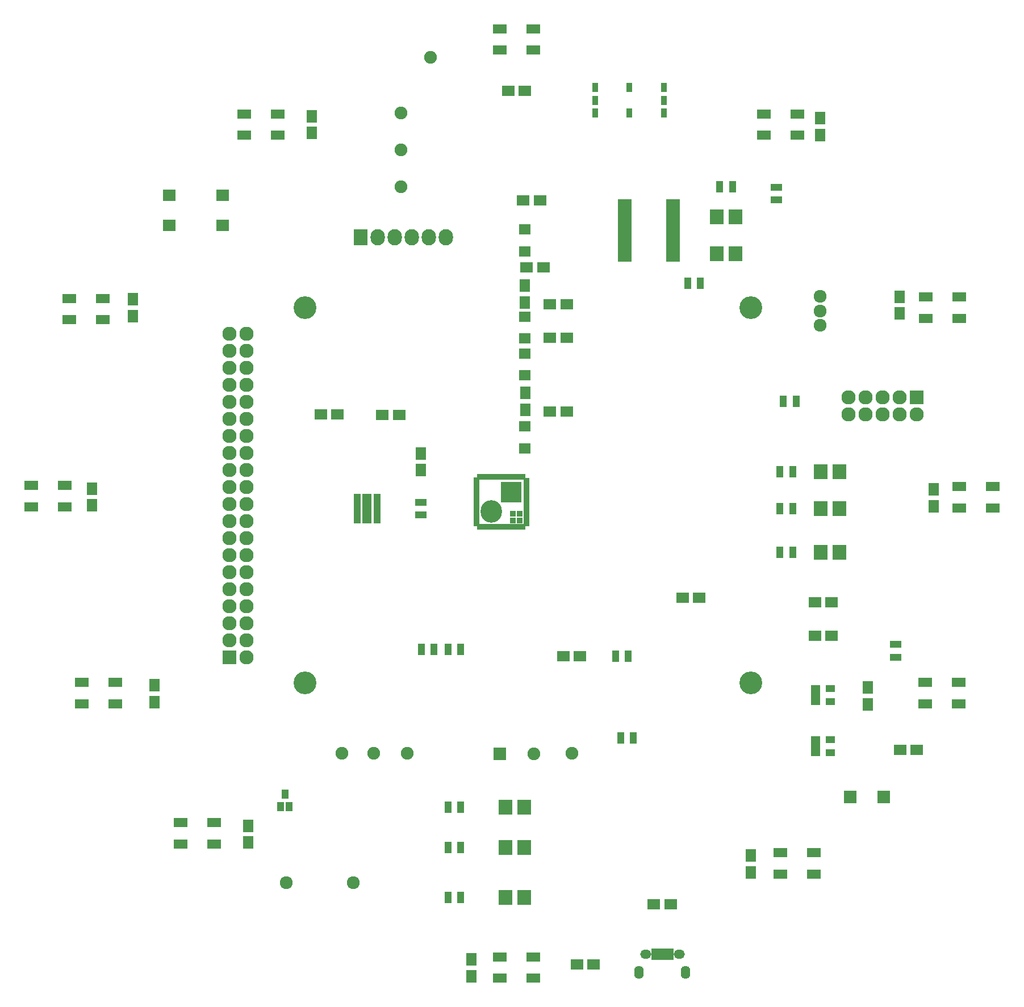
<source format=gts>
G04 #@! TF.GenerationSoftware,KiCad,Pcbnew,(2016-12-18 revision 3ffa37c)-master*
G04 #@! TF.CreationDate,2016-12-20T15:26:01-08:00*
G04 #@! TF.ProjectId,badge-routed,62616467652D726F757465642E6B6963,rev?*
G04 #@! TF.FileFunction,Soldermask,Top*
G04 #@! TF.FilePolarity,Negative*
%FSLAX46Y46*%
G04 Gerber Fmt 4.6, Leading zero omitted, Abs format (unit mm)*
G04 Created by KiCad (PCBNEW (2016-12-18 revision 3ffa37c)-master) date Tuesday, December 20, 2016 'PMt' 03:26:01 PM*
%MOMM*%
%LPD*%
G01*
G04 APERTURE LIST*
%ADD10C,0.150000*%
%ADD11C,3.400000*%
%ADD12O,2.127200X2.127200*%
%ADD13R,2.127200X2.127200*%
%ADD14R,1.997660X2.200860*%
%ADD15R,1.100000X1.700000*%
%ADD16R,1.400000X4.500000*%
%ADD17R,1.100000X4.500000*%
%ADD18R,1.900000X1.900000*%
%ADD19R,1.650000X1.900000*%
%ADD20R,1.900000X1.650000*%
%ADD21O,1.400000X1.950000*%
%ADD22O,1.650000X1.350000*%
%ADD23R,0.800000X1.750000*%
%ADD24C,1.900000*%
%ADD25R,1.700000X1.100000*%
%ADD26R,2.127200X2.432000*%
%ADD27O,2.127200X2.432000*%
%ADD28R,1.460000X1.050000*%
%ADD29R,0.900000X1.400000*%
%ADD30C,1.924000*%
%ADD31R,2.150000X0.850000*%
%ADD32R,2.000000X1.400000*%
%ADD33R,0.806400X0.806400*%
%ADD34O,3.219400X3.346400*%
%ADD35R,3.067000X3.067000*%
%ADD36R,0.704800X0.806400*%
%ADD37R,0.806400X0.704800*%
%ADD38R,1.950000X1.700000*%
%ADD39R,1.799540X1.550620*%
%ADD40R,0.999440X1.400760*%
G04 APERTURE END LIST*
D10*
D11*
X63700000Y-129000000D03*
X130200000Y-129000000D03*
X130200000Y-73000000D03*
X63700000Y-73000000D03*
D12*
X55040000Y-76940000D03*
X52500000Y-76940000D03*
X55040000Y-79480000D03*
X52500000Y-79480000D03*
X55040000Y-82020000D03*
X52500000Y-82020000D03*
X55040000Y-84560000D03*
X52500000Y-84560000D03*
X55040000Y-87100000D03*
X52500000Y-87100000D03*
X55040000Y-89640000D03*
X52500000Y-89640000D03*
X55040000Y-92180000D03*
X52500000Y-92180000D03*
X55040000Y-94720000D03*
X52500000Y-94720000D03*
X55040000Y-97260000D03*
X52500000Y-97260000D03*
X55040000Y-99800000D03*
X52500000Y-99800000D03*
X55040000Y-102340000D03*
X52500000Y-102340000D03*
X55040000Y-104880000D03*
X52500000Y-104880000D03*
X55040000Y-107420000D03*
X52500000Y-107420000D03*
X55040000Y-109960000D03*
X52500000Y-109960000D03*
X55040000Y-112500000D03*
X52500000Y-112500000D03*
X55040000Y-115040000D03*
X52500000Y-115040000D03*
X55040000Y-117580000D03*
X52500000Y-117580000D03*
X55040000Y-120120000D03*
X52500000Y-120120000D03*
X55040000Y-122660000D03*
X52500000Y-122660000D03*
X55040000Y-125200000D03*
D13*
X52500000Y-125200000D03*
D14*
X140580140Y-97500000D03*
X143419860Y-97500000D03*
D15*
X136450000Y-97500000D03*
X134550000Y-97500000D03*
D16*
X73000000Y-103000000D03*
D17*
X71500000Y-103000000D03*
X74500000Y-103000000D03*
D14*
X143419860Y-109500000D03*
X140580140Y-109500000D03*
X140580140Y-103000000D03*
X143419860Y-103000000D03*
D18*
X150000000Y-146000000D03*
X145000000Y-146000000D03*
X92790000Y-139590000D03*
D19*
X130175000Y-157230000D03*
X130175000Y-154730000D03*
X88500000Y-170250000D03*
X88500000Y-172750000D03*
X55245000Y-152785000D03*
X55245000Y-150285000D03*
X41275000Y-129330000D03*
X41275000Y-131830000D03*
X32000000Y-102500000D03*
X32000000Y-100000000D03*
X38100000Y-71775000D03*
X38100000Y-74275000D03*
X64770000Y-46970000D03*
X64770000Y-44470000D03*
D20*
X94000000Y-40640000D03*
X96500000Y-40640000D03*
X142250000Y-117000000D03*
X139750000Y-117000000D03*
X152435000Y-138988000D03*
X154935000Y-138988000D03*
X142220000Y-121920000D03*
X139720000Y-121920000D03*
X120000000Y-116250000D03*
X122500000Y-116250000D03*
D19*
X157480000Y-102620000D03*
X157480000Y-100120000D03*
D20*
X66060000Y-88900000D03*
X68560000Y-88900000D03*
X77750000Y-89000000D03*
X75250000Y-89000000D03*
D19*
X81000000Y-94750000D03*
X81000000Y-97250000D03*
X96600000Y-85750000D03*
X96600000Y-88250000D03*
X96500000Y-72250000D03*
X96500000Y-69750000D03*
D20*
X102750000Y-77500000D03*
X100250000Y-77500000D03*
X100250000Y-72500000D03*
X102750000Y-72500000D03*
X99250000Y-67000000D03*
X96750000Y-67000000D03*
X96250000Y-57000000D03*
X98750000Y-57000000D03*
X102750000Y-88500000D03*
X100250000Y-88500000D03*
X106750000Y-171000000D03*
X104250000Y-171000000D03*
X118250000Y-162000000D03*
X115750000Y-162000000D03*
X102250000Y-125000000D03*
X104750000Y-125000000D03*
D19*
X147650000Y-132200000D03*
X147650000Y-129700000D03*
X140500000Y-44750000D03*
X140500000Y-47250000D03*
X152400000Y-73870000D03*
X152400000Y-71370000D03*
D21*
X120499100Y-172137460D03*
X113499100Y-172137460D03*
D22*
X119499100Y-169437460D03*
X114499100Y-169437460D03*
D23*
X118299100Y-169437460D03*
X117649100Y-169437460D03*
X116999100Y-169437460D03*
X116349100Y-169437460D03*
X115699100Y-169437460D03*
D24*
X79000000Y-139500000D03*
X78000000Y-55000000D03*
X78000000Y-44000000D03*
X78000000Y-49500000D03*
X82400000Y-35700000D03*
X103500000Y-139500000D03*
X97870000Y-139590000D03*
X74000000Y-139500000D03*
X69210000Y-139470000D03*
D15*
X85050000Y-153500000D03*
X86950000Y-153500000D03*
X112710000Y-137160000D03*
X110810000Y-137160000D03*
D25*
X134000000Y-56950000D03*
X134000000Y-55050000D03*
D15*
X127450000Y-55000000D03*
X125550000Y-55000000D03*
X86950000Y-147500000D03*
X85050000Y-147500000D03*
X134550000Y-103000000D03*
X136450000Y-103000000D03*
X86950000Y-124000000D03*
X85050000Y-124000000D03*
X81050000Y-124000000D03*
X82950000Y-124000000D03*
X122700000Y-69350000D03*
X120800000Y-69350000D03*
X110025000Y-125038000D03*
X111925000Y-125038000D03*
X86950000Y-161000000D03*
X85050000Y-161000000D03*
D25*
X151810000Y-123230000D03*
X151810000Y-125130000D03*
X81000000Y-102050000D03*
X81000000Y-103950000D03*
D15*
X135050000Y-87000000D03*
X136950000Y-87000000D03*
X136450000Y-109500000D03*
X134550000Y-109500000D03*
D26*
X72000000Y-62500000D03*
D27*
X74540000Y-62500000D03*
X77080000Y-62500000D03*
X79620000Y-62500000D03*
X82160000Y-62500000D03*
X84700000Y-62500000D03*
D28*
X142070000Y-129860000D03*
X142070000Y-131760000D03*
X139870000Y-131760000D03*
X139870000Y-130810000D03*
X139870000Y-129860000D03*
X139870000Y-137480000D03*
X139870000Y-138430000D03*
X139870000Y-139380000D03*
X142070000Y-139380000D03*
X142070000Y-137480000D03*
D29*
X107000000Y-44000000D03*
X107000000Y-40200000D03*
X117200000Y-40200000D03*
X117200000Y-44000000D03*
X117200000Y-42100000D03*
X107000000Y-42100000D03*
X112100000Y-40200000D03*
X112100000Y-44000000D03*
D14*
X96419860Y-153500000D03*
X93580140Y-153500000D03*
X96419860Y-161000000D03*
X93580140Y-161000000D03*
D30*
X140500000Y-75650000D03*
X140500000Y-73500000D03*
X140500000Y-71350000D03*
X60960000Y-158750000D03*
X70960000Y-158750000D03*
D31*
X111400000Y-57275000D03*
X111400000Y-57925000D03*
X111400000Y-58575000D03*
X111400000Y-59225000D03*
X111400000Y-59875000D03*
X111400000Y-60525000D03*
X111400000Y-61175000D03*
X111400000Y-61825000D03*
X111400000Y-62475000D03*
X111400000Y-63125000D03*
X111400000Y-63775000D03*
X111400000Y-64425000D03*
X111400000Y-65075000D03*
X111400000Y-65725000D03*
X118600000Y-65725000D03*
X118600000Y-65075000D03*
X118600000Y-64425000D03*
X118600000Y-63775000D03*
X118600000Y-63125000D03*
X118600000Y-62475000D03*
X118600000Y-61825000D03*
X118600000Y-61175000D03*
X118600000Y-60525000D03*
X118600000Y-59875000D03*
X118600000Y-59225000D03*
X118600000Y-58575000D03*
X118600000Y-57925000D03*
X118600000Y-57275000D03*
D14*
X127919860Y-59500000D03*
X125080140Y-59500000D03*
D32*
X156250000Y-71425000D03*
X156250000Y-74625000D03*
X161250000Y-71425000D03*
X161250000Y-74625000D03*
X137120000Y-47320000D03*
X137120000Y-44120000D03*
X132120000Y-47320000D03*
X132120000Y-44120000D03*
D33*
X94749806Y-104749804D03*
X94749806Y-103749806D03*
X95749804Y-103749806D03*
X95749804Y-104749804D03*
D34*
X91500130Y-103399794D03*
D35*
X94499870Y-100500130D03*
D36*
X89750070Y-98275090D03*
X90250196Y-98275090D03*
X90750068Y-98275090D03*
X91250194Y-98275090D03*
X91750066Y-98275090D03*
X92250192Y-98275090D03*
X92750064Y-98275090D03*
X93249936Y-98275090D03*
X93749808Y-98275090D03*
X94249934Y-98275090D03*
X94749806Y-98275090D03*
X95249932Y-98275090D03*
X95749804Y-98275090D03*
X96249930Y-98275090D03*
D37*
X96724910Y-98750070D03*
X96724910Y-99250196D03*
X96724910Y-99750068D03*
X96724910Y-100250194D03*
X96724910Y-100750066D03*
X96724910Y-101250192D03*
X96724910Y-101750064D03*
X96724910Y-102249936D03*
X96724910Y-102749808D03*
X96724910Y-103249934D03*
X96724910Y-103749806D03*
X96724910Y-104249932D03*
X96724910Y-104749804D03*
X96724910Y-105249930D03*
D36*
X96249930Y-105724910D03*
X95749804Y-105724910D03*
X95249932Y-105724910D03*
X94749806Y-105724910D03*
X94249934Y-105724910D03*
X93749808Y-105724910D03*
X93249936Y-105724910D03*
X92750064Y-105724910D03*
X92250192Y-105724910D03*
X91750066Y-105724910D03*
X91250194Y-105724910D03*
X90750068Y-105724910D03*
X90250196Y-105724910D03*
X89750070Y-105724910D03*
D37*
X89275090Y-105249930D03*
X89275090Y-104749804D03*
X89275090Y-104249932D03*
X89275090Y-103749806D03*
X89275090Y-103249934D03*
X89275090Y-102749808D03*
X89275090Y-102249936D03*
X89275090Y-101750064D03*
X89275090Y-101250192D03*
X89275090Y-100750066D03*
X89275090Y-100250194D03*
X89275090Y-99750068D03*
X89275090Y-99250196D03*
D33*
X89275090Y-98750070D03*
D38*
X51475000Y-60750000D03*
X43525000Y-60750000D03*
X51475000Y-56250000D03*
X43525000Y-56250000D03*
D13*
X154940000Y-86360000D03*
D12*
X154940000Y-88900000D03*
X152400000Y-86360000D03*
X152400000Y-88900000D03*
X149860000Y-86360000D03*
X149860000Y-88900000D03*
X147320000Y-86360000D03*
X147320000Y-88900000D03*
X144780000Y-86360000D03*
X144780000Y-88900000D03*
D39*
X96500000Y-83125600D03*
X96500000Y-79874400D03*
X96500000Y-61374400D03*
X96500000Y-64625600D03*
X96500000Y-77625600D03*
X96500000Y-74374400D03*
X96500000Y-90748800D03*
X96500000Y-94000000D03*
D14*
X96419860Y-147500000D03*
X93580140Y-147500000D03*
X127919860Y-65000000D03*
X125080140Y-65000000D03*
D32*
X28575000Y-71628000D03*
X28575000Y-74828000D03*
X33575000Y-71628000D03*
X33575000Y-74828000D03*
X27900000Y-102700000D03*
X27900000Y-99500000D03*
X22900000Y-102700000D03*
X22900000Y-99500000D03*
X30480000Y-128880000D03*
X30480000Y-132080000D03*
X35480000Y-128880000D03*
X35480000Y-132080000D03*
X50165000Y-153035000D03*
X50165000Y-149835000D03*
X45165000Y-153035000D03*
X45165000Y-149835000D03*
X92750000Y-169850000D03*
X92750000Y-173050000D03*
X97750000Y-169850000D03*
X97750000Y-173050000D03*
X139620000Y-157480000D03*
X139620000Y-154280000D03*
X134620000Y-157480000D03*
X134620000Y-154280000D03*
X156210000Y-128880000D03*
X156210000Y-132080000D03*
X161210000Y-128880000D03*
X161210000Y-132080000D03*
X166290000Y-102870000D03*
X166290000Y-99670000D03*
X161290000Y-102870000D03*
X161290000Y-99670000D03*
X97750000Y-34620000D03*
X97750000Y-31420000D03*
X92750000Y-34620000D03*
X92750000Y-31420000D03*
X59650000Y-47320000D03*
X59650000Y-44120000D03*
X54650000Y-47320000D03*
X54650000Y-44120000D03*
D40*
X60750000Y-145550040D03*
X60099760Y-147449960D03*
X61400240Y-147449960D03*
M02*

</source>
